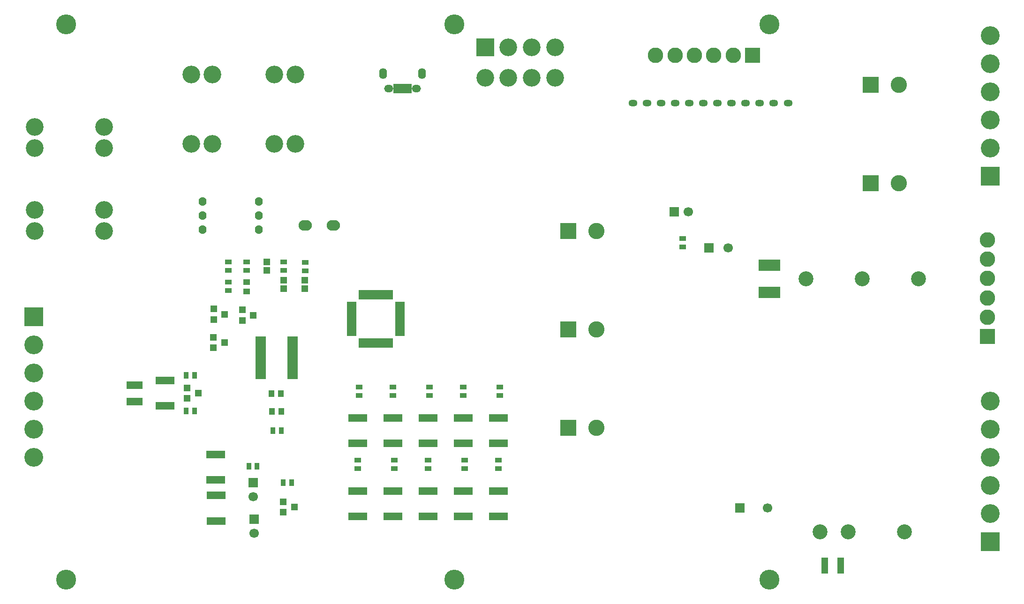
<source format=gbr>
G04 #@! TF.FileFunction,Soldermask,Top*
%FSLAX46Y46*%
G04 Gerber Fmt 4.6, Leading zero omitted, Abs format (unit mm)*
G04 Created by KiCad (PCBNEW 4.0.7-e2-6376~58~ubuntu16.04.1) date Wed Jul 25 01:15:53 2018*
%MOMM*%
%LPD*%
G01*
G04 APERTURE LIST*
%ADD10C,0.100000*%
%ADD11R,3.400000X1.400000*%
%ADD12C,3.600000*%
%ADD13R,2.900000X1.400000*%
%ADD14R,1.150000X1.200000*%
%ADD15R,1.700000X1.700000*%
%ADD16C,1.700000*%
%ADD17R,3.200000X3.200000*%
%ADD18C,3.200000*%
%ADD19R,3.400000X3.400000*%
%ADD20C,3.400000*%
%ADD21C,2.800000*%
%ADD22R,2.800000X2.800000*%
%ADD23R,0.800000X1.750000*%
%ADD24O,1.650000X1.350000*%
%ADD25O,1.400000X1.950000*%
%ADD26R,1.300000X1.200000*%
%ADD27R,1.300000X0.900000*%
%ADD28R,0.900000X1.300000*%
%ADD29R,1.900000X0.700000*%
%ADD30R,1.700000X0.650000*%
%ADD31R,0.650000X1.700000*%
%ADD32O,1.600000X1.250000*%
%ADD33O,1.400000X1.600000*%
%ADD34O,2.400000X1.910000*%
%ADD35R,1.200000X1.000000*%
%ADD36R,1.000000X1.200000*%
%ADD37R,2.940000X2.940000*%
%ADD38C,2.940000*%
%ADD39R,1.300000X2.900000*%
%ADD40R,3.900000X2.000000*%
%ADD41C,2.700000*%
G04 APERTURE END LIST*
D10*
D11*
X141072397Y-124446949D03*
X141072397Y-119846949D03*
D12*
X209042000Y-48768000D03*
X209042000Y-149098000D03*
X152146000Y-48768000D03*
X152146000Y-149098000D03*
X82042000Y-149098000D03*
D11*
X109016800Y-131092000D03*
X109016800Y-126492000D03*
D13*
X94386400Y-116917600D03*
X94386400Y-113917600D03*
D11*
X99872800Y-117717600D03*
X99872800Y-113117600D03*
X160122397Y-137654949D03*
X160122397Y-133054949D03*
X153772397Y-137654949D03*
X153772397Y-133054949D03*
X147422397Y-137654949D03*
X147422397Y-133054949D03*
X141021597Y-137654949D03*
X141021597Y-133054949D03*
X134722397Y-133054949D03*
X134722397Y-137654949D03*
X160122397Y-124446949D03*
X160122397Y-119846949D03*
X153772397Y-124446949D03*
X153772397Y-119846949D03*
X147422397Y-124446949D03*
X147422397Y-119846949D03*
X134722397Y-119846949D03*
X134722397Y-124446949D03*
D14*
X125171200Y-96508000D03*
X125171200Y-95008000D03*
X121361200Y-96508000D03*
X121361200Y-95008000D03*
X118262400Y-93218000D03*
X118262400Y-91718000D03*
D15*
X115976400Y-138176000D03*
D16*
X115976400Y-140676000D03*
D15*
X115824000Y-131572000D03*
D16*
X115824000Y-134072000D03*
D11*
X109118400Y-133894800D03*
X109118400Y-138494800D03*
D17*
X157716000Y-52920000D03*
D18*
X161916000Y-52920000D03*
X166116000Y-52920000D03*
X170316000Y-52920000D03*
X157716000Y-58420000D03*
X161916000Y-58420000D03*
X166116000Y-58420000D03*
X170316000Y-58420000D03*
X123434000Y-70358000D03*
X119634000Y-70358000D03*
X123434000Y-57858000D03*
X119634000Y-57858000D03*
X108434000Y-70358000D03*
X104634000Y-70358000D03*
X108434000Y-57858000D03*
X104634000Y-57858000D03*
X88900000Y-67310000D03*
X88900000Y-71110000D03*
X76400000Y-67310000D03*
X76400000Y-71110000D03*
X88900000Y-82310000D03*
X88900000Y-86110000D03*
X76400000Y-82310000D03*
X76400000Y-86110000D03*
D19*
X248920000Y-76200000D03*
D20*
X248920000Y-71120000D03*
X248920000Y-66040000D03*
X248920000Y-60960000D03*
X248920000Y-55880000D03*
X248920000Y-50800000D03*
D19*
X248920000Y-142240000D03*
D20*
X248920000Y-137160000D03*
X248920000Y-132080000D03*
X248920000Y-127000000D03*
X248920000Y-121920000D03*
X248920000Y-116840000D03*
D19*
X76200000Y-101600000D03*
D20*
X76200000Y-106680000D03*
X76200000Y-111760000D03*
X76200000Y-116840000D03*
X76200000Y-121920000D03*
X76200000Y-127000000D03*
D21*
X202494000Y-54356000D03*
D22*
X205994000Y-54356000D03*
D21*
X198994000Y-54356000D03*
X195494000Y-54356000D03*
X191994000Y-54356000D03*
X188494000Y-54356000D03*
D23*
X142804000Y-60358000D03*
X142154000Y-60358000D03*
X141504000Y-60358000D03*
X143454000Y-60358000D03*
X144104000Y-60358000D03*
D24*
X140304000Y-60358000D03*
X145304000Y-60358000D03*
D25*
X146304000Y-57658000D03*
X139304000Y-57658000D03*
D26*
X113842800Y-100360400D03*
X113842800Y-102260400D03*
X115842800Y-101310400D03*
X108677200Y-100192800D03*
X108677200Y-102092800D03*
X110677200Y-101142800D03*
X121275600Y-135041600D03*
X121275600Y-136941600D03*
X123275600Y-135991600D03*
D27*
X111353600Y-93206000D03*
X111353600Y-91706000D03*
X111353600Y-96812800D03*
X111353600Y-95312800D03*
D28*
X105194800Y-118618000D03*
X103694800Y-118618000D03*
D27*
X160122397Y-127492949D03*
X160122397Y-128992949D03*
X154026397Y-127492949D03*
X154026397Y-128992949D03*
X147422397Y-127492949D03*
X147422397Y-128992949D03*
X141326397Y-127492949D03*
X141326397Y-128992949D03*
X134722397Y-127492949D03*
X134722397Y-128992949D03*
X160376397Y-114284949D03*
X160376397Y-115784949D03*
X153772397Y-114284949D03*
X153772397Y-115784949D03*
X147676397Y-114284949D03*
X147676397Y-115784949D03*
X141072397Y-114284949D03*
X141072397Y-115784949D03*
X134976397Y-115784949D03*
X134976397Y-114284949D03*
X125222000Y-91756800D03*
X125222000Y-93256800D03*
X121361200Y-91718000D03*
X121361200Y-93218000D03*
D28*
X121259600Y-131572000D03*
X122759600Y-131572000D03*
X119392000Y-122174000D03*
X120892000Y-122174000D03*
X103694800Y-112217200D03*
X105194800Y-112217200D03*
X115023200Y-128574800D03*
X116523200Y-128574800D03*
D29*
X117144800Y-105492800D03*
X117144800Y-105992800D03*
X117144800Y-106492800D03*
X117144800Y-106992800D03*
X117144800Y-107492800D03*
X117144800Y-107992800D03*
X117144800Y-108532800D03*
X117144800Y-109032800D03*
X117144800Y-109532800D03*
X117144800Y-110032800D03*
X117144800Y-110532800D03*
X117144800Y-111032800D03*
X117144800Y-111532800D03*
X117144800Y-112032800D03*
X117144800Y-112532800D03*
X122944800Y-112532800D03*
X122944800Y-112032800D03*
X122944800Y-111532800D03*
X122944800Y-111032800D03*
X122944800Y-110532800D03*
X122944800Y-110032800D03*
X122944800Y-109532800D03*
X122944800Y-109032800D03*
X122944800Y-108532800D03*
X122944800Y-108032800D03*
X122944800Y-107532800D03*
X122944800Y-107032800D03*
X122944800Y-106532800D03*
X122944800Y-106032800D03*
X122944800Y-105532800D03*
D30*
X133592000Y-99224400D03*
X133592000Y-99724400D03*
X133592000Y-100224400D03*
X133592000Y-100724400D03*
X133592000Y-101224400D03*
X133592000Y-101724400D03*
X133592000Y-102224400D03*
X133592000Y-102724400D03*
X133592000Y-103224400D03*
X133592000Y-103724400D03*
X133592000Y-104224400D03*
X133592000Y-104724400D03*
D31*
X135192000Y-106324400D03*
X135692000Y-106324400D03*
X136192000Y-106324400D03*
X136692000Y-106324400D03*
X137192000Y-106324400D03*
X137692000Y-106324400D03*
X138192000Y-106324400D03*
X138692000Y-106324400D03*
X139192000Y-106324400D03*
X139692000Y-106324400D03*
X140192000Y-106324400D03*
X140692000Y-106324400D03*
D30*
X142292000Y-104724400D03*
X142292000Y-104224400D03*
X142292000Y-103724400D03*
X142292000Y-103224400D03*
X142292000Y-102724400D03*
X142292000Y-102224400D03*
X142292000Y-101724400D03*
X142292000Y-101224400D03*
X142292000Y-100724400D03*
X142292000Y-100224400D03*
X142292000Y-99724400D03*
X142292000Y-99224400D03*
D31*
X140692000Y-97624400D03*
X140192000Y-97624400D03*
X139692000Y-97624400D03*
X139192000Y-97624400D03*
X138692000Y-97624400D03*
X138192000Y-97624400D03*
X137692000Y-97624400D03*
X137192000Y-97624400D03*
X136692000Y-97624400D03*
X136192000Y-97624400D03*
X135692000Y-97624400D03*
X135192000Y-97624400D03*
D15*
X191860800Y-82651600D03*
D16*
X194360800Y-82651600D03*
D27*
X114655600Y-93206000D03*
X114655600Y-91706000D03*
X193356800Y-87438800D03*
X193356800Y-88938800D03*
D32*
X212384000Y-62952000D03*
X209804000Y-62992000D03*
X207264000Y-62992000D03*
X204724000Y-62992000D03*
X202184000Y-62992000D03*
X199644000Y-62992000D03*
X197104000Y-62992000D03*
X194564000Y-62992000D03*
X192024000Y-62992000D03*
X189484000Y-62992000D03*
X186944000Y-62992000D03*
X184404000Y-62992000D03*
D26*
X108626400Y-105323600D03*
X108626400Y-107223600D03*
X110626400Y-106273600D03*
X103902000Y-114467600D03*
X103902000Y-116367600D03*
X105902000Y-115417600D03*
D33*
X106680000Y-85852000D03*
X106680000Y-83312000D03*
X106680000Y-80772000D03*
X116840000Y-85852000D03*
X116840000Y-83312000D03*
X116840000Y-80772000D03*
D34*
X125222000Y-85090000D03*
X130302000Y-85090000D03*
D35*
X114655600Y-95365200D03*
X114655600Y-97065200D03*
D36*
X119139600Y-115468400D03*
X120839600Y-115468400D03*
X119190400Y-118719600D03*
X120890400Y-118719600D03*
D37*
X172720000Y-103886000D03*
D38*
X177800000Y-103886000D03*
D37*
X172720000Y-121666000D03*
D38*
X177800000Y-121666000D03*
D37*
X172720000Y-86106000D03*
D38*
X177800000Y-86106000D03*
D21*
X248412000Y-101686000D03*
D22*
X248412000Y-105186000D03*
D21*
X248412000Y-98186000D03*
X248412000Y-94686000D03*
X248412000Y-91186000D03*
X248412000Y-87686000D03*
D37*
X227330000Y-59690000D03*
D38*
X232410000Y-59690000D03*
D37*
X227330000Y-77470000D03*
D38*
X232410000Y-77470000D03*
D12*
X82042000Y-48768000D03*
D39*
X221922000Y-146558000D03*
X219022000Y-146558000D03*
D40*
X209042000Y-92303600D03*
X209042000Y-97180400D03*
D16*
X201620000Y-89154000D03*
D15*
X198120000Y-89154000D03*
D41*
X218186000Y-140462000D03*
X223266000Y-140462000D03*
X233426000Y-140462000D03*
X215646000Y-94742000D03*
X225806000Y-94742000D03*
X235966000Y-94742000D03*
D15*
X203708000Y-136144000D03*
D16*
X208708000Y-136144000D03*
M02*

</source>
